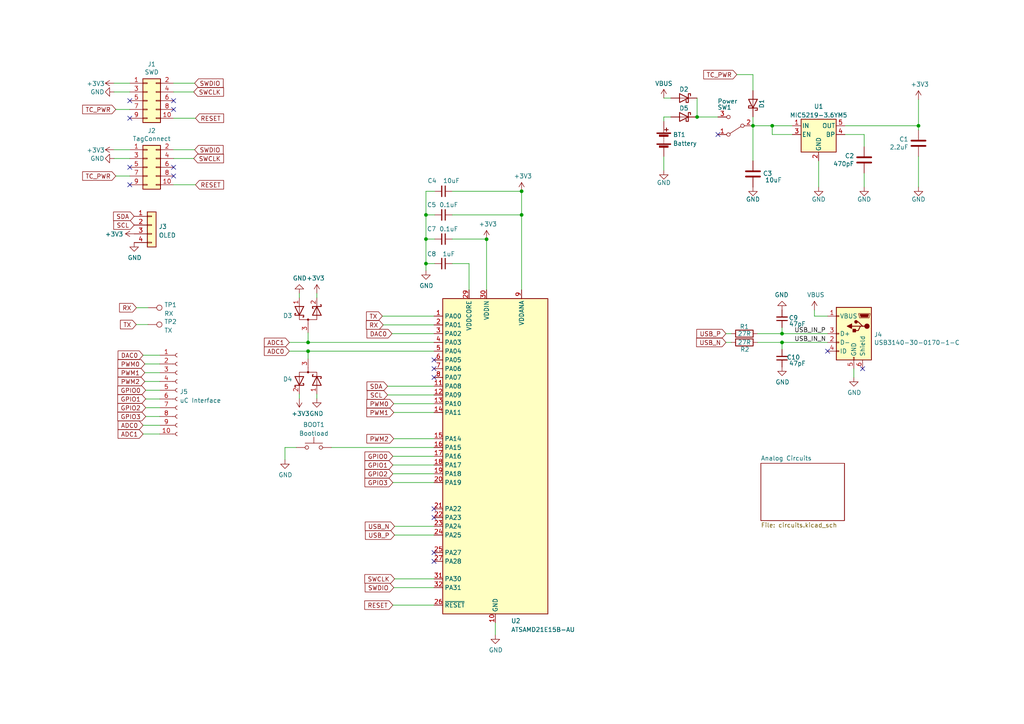
<source format=kicad_sch>
(kicad_sch (version 20211123) (generator eeschema)
  (paper "A4")
  (title_block (title "30-in-One") (date "2022-09-10") (rev "1.1") (company "DCZia") (comment 1 "defcon 30"))
  (lib_symbols
    (symbol "Connector:Conn_01x10_Female" (pin_names (offset 1.016) hide)
      (property "Reference" "J" (at 0 12.7 0))
      (property "Value" "Conn_01x10_Female" (at 0 -15.24 0))
      (symbol "Conn_01x10_Female_1_1"
        (arc (start 0 -12.192) (mid -0.508 -12.7) (end 0 -13.208) (stroke (width 0.1524)))
        (arc (start 0 -9.652) (mid -0.508 -10.16) (end 0 -10.668) (stroke (width 0.1524)))
        (arc (start 0 -7.112) (mid -0.508 -7.62) (end 0 -8.128) (stroke (width 0.1524)))
        (arc (start 0 -4.572) (mid -0.508 -5.08) (end 0 -5.588) (stroke (width 0.1524)))
        (arc (start 0 -2.032) (mid -0.508 -2.54) (end 0 -3.048) (stroke (width 0.1524)))
        (polyline (pts (xy -1.27 -12.7) (xy -0.508 -12.7)) (stroke (width 0.1524)))
        (polyline (pts (xy -1.27 -10.16) (xy -0.508 -10.16)) (stroke (width 0.1524)))
        (polyline (pts (xy -1.27 -7.62) (xy -0.508 -7.62)) (stroke (width 0.1524)))
        (polyline (pts (xy -1.27 -5.08) (xy -0.508 -5.08)) (stroke (width 0.1524)))
        (polyline (pts (xy -1.27 -2.54) (xy -0.508 -2.54)) (stroke (width 0.1524)))
        (polyline (pts (xy -1.27 0) (xy -0.508 0)) (stroke (width 0.1524)))
        (polyline (pts (xy -1.27 2.54) (xy -0.508 2.54)) (stroke (width 0.1524)))
        (polyline (pts (xy -1.27 5.08) (xy -0.508 5.08)) (stroke (width 0.1524)))
        (polyline (pts (xy -1.27 7.62) (xy -0.508 7.62)) (stroke (width 0.1524)))
        (polyline (pts (xy -1.27 10.16) (xy -0.508 10.16)) (stroke (width 0.1524)))
        (arc (start 0 0.508) (mid -0.508 0) (end 0 -0.508) (stroke (width 0.1524)))
        (arc (start 0 3.048) (mid -0.508 2.54) (end 0 2.032) (stroke (width 0.1524)))
        (arc (start 0 5.588) (mid -0.508 5.08) (end 0 4.572) (stroke (width 0.1524)))
        (arc (start 0 8.128) (mid -0.508 7.62) (end 0 7.112) (stroke (width 0.1524)))
        (arc (start 0 10.668) (mid -0.508 10.16) (end 0 9.652) (stroke (width 0.1524)))
        (pin passive line (at -5.08 10.16 0) (length 3.81) (name "Pin_1") (number "1"))
        (pin passive line (at -5.08 -12.7 0) (length 3.81) (name "Pin_10") (number "10"))
        (pin passive line (at -5.08 7.62 0) (length 3.81) (name "Pin_2") (number "2"))
        (pin passive line (at -5.08 5.08 0) (length 3.81) (name "Pin_3") (number "3"))
        (pin passive line (at -5.08 2.54 0) (length 3.81) (name "Pin_4") (number "4"))
        (pin passive line (at -5.08 0 0) (length 3.81) (name "Pin_5") (number "5"))
        (pin passive line (at -5.08 -2.54 0) (length 3.81) (name "Pin_6") (number "6"))
        (pin passive line (at -5.08 -5.08 0) (length 3.81) (name "Pin_7") (number "7"))
        (pin passive line (at -5.08 -7.62 0) (length 3.81) (name "Pin_8") (number "8"))
        (pin passive line (at -5.08 -10.16 0) (length 3.81) (name "Pin_9") (number "9"))
      )
    )
    (symbol "Connector:TestPoint" (pin_numbers hide) (pin_names (offset 0.762) hide)
      (property "Reference" "TP" (at 0 6.858 0))
      (property "Value" "TestPoint" (at 0 5.08 0))
      (symbol "TestPoint_0_1"
        (circle (center 0 3.302) (radius 0.762))
      )
      (symbol "TestPoint_1_1"
        (pin passive line (at 0 0 90) (length 2.54) (name "1") (number "1"))
      )
    )
    (symbol "Connector:USB_B_Micro" (pin_names (offset 1.016))
      (property "Reference" "J" (at -5.08 11.43 0))
      (property "Value" "USB_B_Micro" (at -5.08 8.89 0))
      (symbol "USB_B_Micro_0_1"
        (rectangle (start -5.08 -7.62) (end 5.08 7.62) (stroke (width 0.254)) (fill (type background)))
        (circle (center -3.81 2.159) (radius 0.635) (stroke (width 0.254)) (fill (type outline)))
        (circle (center -0.635 3.429) (radius 0.381) (stroke (width 0.254)) (fill (type outline)))
        (rectangle (start -0.127 -7.62) (end 0.127 -6.858))
        (polyline (pts (xy -1.905 2.159) (xy 0.635 2.159)) (stroke (width 0.254)))
        (polyline (pts (xy -3.175 2.159) (xy -2.54 2.159) (xy -1.27 3.429) (xy -0.635 3.429)) (stroke (width 0.254)))
        (polyline (pts (xy -2.54 2.159) (xy -1.905 2.159) (xy -1.27 0.889) (xy 0 0.889)) (stroke (width 0.254)))
        (polyline (pts (xy 0.635 2.794) (xy 0.635 1.524) (xy 1.905 2.159) (xy 0.635 2.794)) (stroke (width 0.254)) (fill (type outline)))
        (polyline (pts (xy -4.318 5.588) (xy -1.778 5.588) (xy -2.032 4.826) (xy -4.064 4.826) (xy -4.318 5.588)) (fill (type outline)))
        (polyline (pts (xy -4.699 5.842) (xy -4.699 5.588) (xy -4.445 4.826) (xy -4.445 4.572) (xy -1.651 4.572) (xy -1.651 4.826) (xy -1.397 5.588) (xy -1.397 5.842) (xy -4.699 5.842)))
        (rectangle (start 0.254 1.27) (end -0.508 0.508) (stroke (width 0.254)) (fill (type outline)))
        (rectangle (start 5.08 -5.207) (end 4.318 -4.953))
        (rectangle (start 5.08 -2.667) (end 4.318 -2.413))
        (rectangle (start 5.08 -0.127) (end 4.318 0.127))
        (rectangle (start 5.08 4.953) (end 4.318 5.207))
      )
      (symbol "USB_B_Micro_1_1"
        (pin power_out line (at 7.62 5.08 180) (length 2.54) (name "VBUS") (number "1"))
        (pin bidirectional line (at 7.62 -2.54 180) (length 2.54) (name "D-") (number "2"))
        (pin bidirectional line (at 7.62 0 180) (length 2.54) (name "D+") (number "3"))
        (pin passive line (at 7.62 -5.08 180) (length 2.54) (name "ID") (number "4"))
        (pin power_out line (at 0 -10.16 90) (length 2.54) (name "GND") (number "5"))
        (pin passive line (at -2.54 -10.16 90) (length 2.54) (name "Shield") (number "6"))
      )
    )
    (symbol "Connector_Generic:Conn_01x04" (pin_names (offset 1.016) hide)
      (property "Reference" "J" (at 0 5.08 0))
      (property "Value" "Conn_01x04" (at 0 -7.62 0))
      (symbol "Conn_01x04_1_1"
        (rectangle (start -1.27 -4.953) (end 0 -5.207) (stroke (width 0.1524)))
        (rectangle (start -1.27 -2.413) (end 0 -2.667) (stroke (width 0.1524)))
        (rectangle (start -1.27 0.127) (end 0 -0.127) (stroke (width 0.1524)))
        (rectangle (start -1.27 2.667) (end 0 2.413) (stroke (width 0.1524)))
        (rectangle (start -1.27 3.81) (end 1.27 -6.35) (stroke (width 0.254)) (fill (type background)))
        (pin passive line (at -5.08 2.54 0) (length 3.81) (name "Pin_1") (number "1"))
        (pin passive line (at -5.08 0 0) (length 3.81) (name "Pin_2") (number "2"))
        (pin passive line (at -5.08 -2.54 0) (length 3.81) (name "Pin_3") (number "3"))
        (pin passive line (at -5.08 -5.08 0) (length 3.81) (name "Pin_4") (number "4"))
      )
    )
    (symbol "Connector_Generic:Conn_02x05_Odd_Even" (pin_names (offset 1.016) hide)
      (property "Reference" "J" (at 1.27 7.62 0))
      (property "Value" "Conn_02x05_Odd_Even" (at 1.27 -7.62 0))
      (symbol "Conn_02x05_Odd_Even_1_1"
        (rectangle (start -1.27 -4.953) (end 0 -5.207) (stroke (width 0.1524)))
        (rectangle (start -1.27 -2.413) (end 0 -2.667) (stroke (width 0.1524)))
        (rectangle (start -1.27 0.127) (end 0 -0.127) (stroke (width 0.1524)))
        (rectangle (start -1.27 2.667) (end 0 2.413) (stroke (width 0.1524)))
        (rectangle (start -1.27 5.207) (end 0 4.953) (stroke (width 0.1524)))
        (rectangle (start -1.27 6.35) (end 3.81 -6.35) (stroke (width 0.254)) (fill (type background)))
        (rectangle (start 3.81 -4.953) (end 2.54 -5.207) (stroke (width 0.1524)))
        (rectangle (start 3.81 -2.413) (end 2.54 -2.667) (stroke (width 0.1524)))
        (rectangle (start 3.81 0.127) (end 2.54 -0.127) (stroke (width 0.1524)))
        (rectangle (start 3.81 2.667) (end 2.54 2.413) (stroke (width 0.1524)))
        (rectangle (start 3.81 5.207) (end 2.54 4.953) (stroke (width 0.1524)))
        (pin passive line (at -5.08 5.08 0) (length 3.81) (name "Pin_1") (number "1"))
        (pin passive line (at 7.62 -5.08 180) (length 3.81) (name "Pin_10") (number "10"))
        (pin passive line (at 7.62 5.08 180) (length 3.81) (name "Pin_2") (number "2"))
        (pin passive line (at -5.08 2.54 0) (length 3.81) (name "Pin_3") (number "3"))
        (pin passive line (at 7.62 2.54 180) (length 3.81) (name "Pin_4") (number "4"))
        (pin passive line (at -5.08 0 0) (length 3.81) (name "Pin_5") (number "5"))
        (pin passive line (at 7.62 0 180) (length 3.81) (name "Pin_6") (number "6"))
        (pin passive line (at -5.08 -2.54 0) (length 3.81) (name "Pin_7") (number "7"))
        (pin passive line (at 7.62 -2.54 180) (length 3.81) (name "Pin_8") (number "8"))
        (pin passive line (at -5.08 -5.08 0) (length 3.81) (name "Pin_9") (number "9"))
      )
    )
    (symbol "Device:Battery" (pin_numbers hide) (pin_names (offset 0) hide)
      (property "Reference" "BT" (at 2.54 2.54 0))
      (property "Value" "Battery" (at 2.54 0 0))
      (symbol "Battery_0_1"
        (rectangle (start -2.032 -1.397) (end 2.032 -1.651) (fill (type outline)))
        (rectangle (start -2.032 1.778) (end 2.032 1.524) (fill (type outline)))
        (rectangle (start -1.3208 -1.9812) (end 1.27 -2.4892) (fill (type outline)))
        (rectangle (start -1.3208 1.1938) (end 1.27 0.6858) (fill (type outline)))
        (polyline (pts (xy 0 -1.524) (xy 0 -1.27)))
        (polyline (pts (xy 0 -1.016) (xy 0 -0.762)))
        (polyline (pts (xy 0 -0.508) (xy 0 -0.254)))
        (polyline (pts (xy 0 0) (xy 0 0.254)))
        (polyline (pts (xy 0 0.508) (xy 0 0.762)))
        (polyline (pts (xy 0 1.778) (xy 0 2.54)))
        (polyline (pts (xy 0.254 2.667) (xy 1.27 2.667)) (stroke (width 0.254)))
        (polyline (pts (xy 0.762 3.175) (xy 0.762 2.159)) (stroke (width 0.254)))
      )
      (symbol "Battery_1_1"
        (pin passive line (at 0 5.08 270) (length 2.54) (name "+") (number "1"))
        (pin passive line (at 0 -5.08 90) (length 2.54) (name "-") (number "2"))
      )
    )
    (symbol "Device:C" (pin_numbers hide) (pin_names (offset 0.254))
      (property "Reference" "C" (at 0.635 2.54 0))
      (property "Value" "C" (at 0.635 -2.54 0))
      (symbol "C_0_1"
        (polyline (pts (xy -2.032 -0.762) (xy 2.032 -0.762)) (stroke (width 0.508)))
        (polyline (pts (xy -2.032 0.762) (xy 2.032 0.762)) (stroke (width 0.508)))
      )
      (symbol "C_1_1"
        (pin passive line (at 0 3.81 270) (length 2.794) (name "~") (number "1"))
        (pin passive line (at 0 -3.81 90) (length 2.794) (name "~") (number "2"))
      )
    )
    (symbol "Device:C_Small" (pin_numbers hide) (pin_names (offset 0.254) hide)
      (property "Reference" "C" (at 0.254 1.778 0))
      (property "Value" "C_Small" (at 0.254 -2.032 0))
      (symbol "C_Small_0_1"
        (polyline (pts (xy -1.524 -0.508) (xy 1.524 -0.508)) (stroke (width 0.3302)))
        (polyline (pts (xy -1.524 0.508) (xy 1.524 0.508)) (stroke (width 0.3048)))
      )
      (symbol "C_Small_1_1"
        (pin passive line (at 0 2.54 270) (length 2.032) (name "~") (number "1"))
        (pin passive line (at 0 -2.54 90) (length 2.032) (name "~") (number "2"))
      )
    )
    (symbol "Device:D_Schottky" (pin_numbers hide) (pin_names (offset 1.016) hide)
      (property "Reference" "D" (at 0 2.54 0))
      (property "Value" "D_Schottky" (at 0 -2.54 0))
      (symbol "D_Schottky_0_1"
        (polyline (pts (xy 1.27 0) (xy -1.27 0)))
        (polyline (pts (xy 1.27 1.27) (xy 1.27 -1.27) (xy -1.27 0) (xy 1.27 1.27)) (stroke (width 0.254)))
        (polyline (pts (xy -1.905 0.635) (xy -1.905 1.27) (xy -1.27 1.27) (xy -1.27 -1.27) (xy -0.635 -1.27) (xy -0.635 -0.635)) (stroke (width 0.254)))
      )
      (symbol "D_Schottky_1_1"
        (pin passive line (at -3.81 0 0) (length 2.54) (name "K") (number "1"))
        (pin passive line (at 3.81 0 180) (length 2.54) (name "A") (number "2"))
      )
    )
    (symbol "Device:D_Schottky_Dual_Series_AKC_Parallel" (pin_names (offset 0.762) hide)
      (property "Reference" "D" (at 0 5.08 0))
      (property "Value" "D_Schottky_Dual_Series_AKC_Parallel" (at 0 -5.08 0))
      (symbol "D_Schottky_Dual_Series_AKC_Parallel_0_1"
        (circle (center -1.27 0) (radius 0.254) (fill (type outline)))
        (polyline (pts (xy -1.27 0) (xy -2.54 0)))
        (polyline (pts (xy 2.54 2.54) (xy -1.27 2.54) (xy -1.27 -2.54) (xy 2.54 -2.54)))
        (polyline (pts (xy -0.508 -1.524) (xy -0.508 -1.27) (xy 0 -1.27) (xy 0 -3.81) (xy 0.508 -3.81) (xy 0.508 -3.556)) (stroke (width 0.254)))
        (polyline (pts (xy 0 3.81) (xy 2.54 2.54) (xy 0 1.27) (xy 0 3.81) (xy 0 3.81) (xy 0 3.81)) (stroke (width 0.254)))
        (polyline (pts (xy 2.54 -1.27) (xy 0 -2.54) (xy 2.54 -3.81) (xy 2.54 -1.27) (xy 2.54 -1.27) (xy 2.54 -1.27)) (stroke (width 0.254)))
        (polyline (pts (xy 3.048 3.556) (xy 3.048 3.81) (xy 2.54 3.81) (xy 2.54 1.27) (xy 2.032 1.27) (xy 2.032 1.524)) (stroke (width 0.254)))
        (pin passive line (at 5.08 -2.54 180) (length 2.54) (name "K") (number "1"))
        (pin passive line (at 5.08 2.54 180) (length 2.54) (name "K") (number "2"))
        (pin passive line (at -5.08 0 0) (length 2.54) (name "A") (number "3"))
      )
    )
    (symbol "Device:R" (pin_numbers hide) (pin_names (offset 0))
      (property "Reference" "R" (at 2.032 0 90))
      (property "Value" "R" (at 0 0 90))
      (symbol "R_0_1"
        (rectangle (start -1.016 -2.54) (end 1.016 2.54) (stroke (width 0.254)))
      )
      (symbol "R_1_1"
        (pin passive line (at 0 3.81 270) (length 1.27) (name "~") (number "1"))
        (pin passive line (at 0 -3.81 90) (length 1.27) (name "~") (number "2"))
      )
    )
    (symbol "MCU_Microchip_SAMD:ATSAMD21E15B-A"
      (property "Reference" "U" (at -13.97 46.99 0))
      (property "Value" "ATSAMD21E15B-A" (at 16.51 46.99 0))
      (symbol "ATSAMD21E15B-A_1_1"
        (rectangle (start -15.24 45.72) (end 15.24 -45.72) (stroke (width 0.254)) (fill (type background)))
        (pin bidirectional line (at -17.78 40.64 0) (length 2.54) (name "PA00") (number "1"))
        (pin power_in line (at 0 -48.26 90) (length 2.54) (name "GND") (number "10"))
        (pin bidirectional line (at -17.78 20.32 0) (length 2.54) (name "PA08") (number "11"))
        (pin bidirectional line (at -17.78 17.78 0) (length 2.54) (name "PA09") (number "12"))
        (pin bidirectional line (at -17.78 15.24 0) (length 2.54) (name "PA10") (number "13"))
        (pin bidirectional line (at -17.78 12.7 0) (length 2.54) (name "PA11") (number "14"))
        (pin bidirectional line (at -17.78 5.08 0) (length 2.54) (name "PA14") (number "15"))
        (pin bidirectional line (at -17.78 2.54 0) (length 2.54) (name "PA15") (number "16"))
        (pin bidirectional line (at -17.78 0 0) (length 2.54) (name "PA16") (number "17"))
        (pin bidirectional line (at -17.78 -2.54 0) (length 2.54) (name "PA17") (number "18"))
        (pin bidirectional line (at -17.78 -5.08 0) (length 2.54) (name "PA18") (number "19"))
        (pin bidirectional line (at -17.78 38.1 0) (length 2.54) (name "PA01") (number "2"))
        (pin bidirectional line (at -17.78 -7.62 0) (length 2.54) (name "PA19") (number "20"))
        (pin bidirectional line (at -17.78 -15.24 0) (length 2.54) (name "PA22") (number "21"))
        (pin bidirectional line (at -17.78 -17.78 0) (length 2.54) (name "PA23") (number "22"))
        (pin bidirectional line (at -17.78 -20.32 0) (length 2.54) (name "PA24") (number "23"))
        (pin bidirectional line (at -17.78 -22.86 0) (length 2.54) (name "PA25") (number "24"))
        (pin bidirectional line (at -17.78 -27.94 0) (length 2.54) (name "PA27") (number "25"))
        (pin input line (at -17.78 -43.18 0) (length 2.54) (name "~{RESET}") (number "26"))
        (pin bidirectional line (at -17.78 -30.48 0) (length 2.54) (name "PA28") (number "27"))
        (pin passive line (at 0 -48.26 90) (length 2.54) hide (name "GND") (number "28"))
        (pin power_out line (at -7.62 48.26 270) (length 2.54) (name "VDDCORE") (number "29"))
        (pin bidirectional line (at -17.78 35.56 0) (length 2.54) (name "PA02") (number "3"))
        (pin power_in line (at -2.54 48.26 270) (length 2.54) (name "VDDIN") (number "30"))
        (pin bidirectional line (at -17.78 -35.56 0) (length 2.54) (name "PA30") (number "31"))
        (pin bidirectional line (at -17.78 -38.1 0) (length 2.54) (name "PA31") (number "32"))
        (pin bidirectional line (at -17.78 33.02 0) (length 2.54) (name "PA03") (number "4"))
        (pin bidirectional line (at -17.78 30.48 0) (length 2.54) (name "PA04") (number "5"))
        (pin bidirectional line (at -17.78 27.94 0) (length 2.54) (name "PA05") (number "6"))
        (pin bidirectional line (at -17.78 25.4 0) (length 2.54) (name "PA06") (number "7"))
        (pin bidirectional line (at -17.78 22.86 0) (length 2.54) (name "PA07") (number "8"))
        (pin power_in line (at 7.62 48.26 270) (length 2.54) (name "VDDANA") (number "9"))
      )
    )
    (symbol "Regulator_Linear:MIC5219-3.6YM5" (pin_names (offset 0.254))
      (property "Reference" "U" (at -3.81 5.715 0))
      (property "Value" "MIC5219-3.6YM5" (at 0 5.715 0))
      (symbol "MIC5219-3.6YM5_0_1"
        (rectangle (start -5.08 4.445) (end 5.08 -5.08) (stroke (width 0.254)) (fill (type background)))
      )
      (symbol "MIC5219-3.6YM5_1_1"
        (pin power_in line (at -7.62 2.54 0) (length 2.54) (name "IN") (number "1"))
        (pin power_in line (at 0 -7.62 90) (length 2.54) (name "GND") (number "2"))
        (pin input line (at -7.62 0 0) (length 2.54) (name "EN") (number "3"))
        (pin input line (at 7.62 0 180) (length 2.54) (name "BP") (number "4"))
        (pin power_out line (at 7.62 2.54 180) (length 2.54) (name "OUT") (number "5"))
      )
    )
    (symbol "Switch:SW_Push" (pin_numbers hide) (pin_names (offset 1.016) hide)
      (property "Reference" "SW" (at 1.27 2.54 0))
      (property "Value" "SW_Push" (at 0 -1.524 0))
      (symbol "SW_Push_0_1"
        (circle (center -2.032 0) (radius 0.508))
        (polyline (pts (xy 0 1.27) (xy 0 3.048)))
        (polyline (pts (xy 2.54 1.27) (xy -2.54 1.27)))
        (circle (center 2.032 0) (radius 0.508))
        (pin passive line (at -5.08 0 0) (length 2.54) (name "1") (number "1"))
        (pin passive line (at 5.08 0 180) (length 2.54) (name "2") (number "2"))
      )
    )
    (symbol "Switch:SW_SPDT" (pin_names (offset 0) hide)
      (property "Reference" "SW" (at 0 4.318 0))
      (property "Value" "SW_SPDT" (at 0 -5.08 0))
      (symbol "SW_SPDT_0_0"
        (circle (center -2.032 0) (radius 0.508))
        (circle (center 2.032 -2.54) (radius 0.508))
      )
      (symbol "SW_SPDT_0_1"
        (polyline (pts (xy -1.524 0.254) (xy 1.651 2.286)))
        (circle (center 2.032 2.54) (radius 0.508))
      )
      (symbol "SW_SPDT_1_1"
        (pin passive line (at 5.08 2.54 180) (length 2.54) (name "A") (number "1"))
        (pin passive line (at -5.08 0 0) (length 2.54) (name "B") (number "2"))
        (pin passive line (at 5.08 -2.54 180) (length 2.54) (name "C") (number "3"))
      )
    )
    (symbol "power:+3V3" (power) (pin_names (offset 0))
      (property "Value" "+3V3" (at 0 3.556 0))
      (symbol "+3V3_0_1"
        (polyline (pts (xy -0.762 1.27) (xy 0 2.54)))
        (polyline (pts (xy 0 0) (xy 0 2.54)))
        (polyline (pts (xy 0 2.54) (xy 0.762 1.27)))
      )
      (symbol "+3V3_1_1"
        (pin power_in line (at 0 0 90) (length 0) hide (name "+3V3") (number "1"))
      )
    )
    (symbol "power:GND" (power) (pin_names (offset 0))
      (property "Value" "GND" (at 0 -3.81 0))
      (symbol "GND_0_1"
        (polyline (pts (xy 0 0) (xy 0 -1.27) (xy 1.27 -1.27) (xy 0 -2.54) (xy -1.27 -1.27) (xy 0 -1.27)))
      )
      (symbol "GND_1_1"
        (pin power_in line (at 0 0 270) (length 0) hide (name "GND") (number "1"))
      )
    )
    (symbol "power:VBUS" (power) (pin_names (offset 0))
      (property "Value" "VBUS" (at 0 3.81 0))
      (symbol "VBUS_0_1"
        (polyline (pts (xy -0.762 1.27) (xy 0 2.54)))
        (polyline (pts (xy 0 0) (xy 0 2.54)))
        (polyline (pts (xy 0 2.54) (xy 0.762 1.27)))
      )
      (symbol "VBUS_1_1"
        (pin power_in line (at 0 0 90) (length 0) hide (name "VBUS") (number "1"))
      )
    )
  )
  (junction (at 218.3892 36.4744))
  (junction (at 266.3952 36.4744))
  (junction (at 223.9772 36.4744))
  (junction (at 123.5456 76.454))
  (junction (at 226.822 96.774))
  (junction (at 151.2824 55.4736))
  (junction (at 141.1224 69.3928))
  (junction (at 123.5456 62.3316))
  (junction (at 202.184 33.9344))
  (junction (at 89.3572 99.314))
  (junction (at 151.2824 62.3316))
  (junction (at 226.822 99.314))
  (junction (at 123.5456 69.342))
  (junction (at 89.3572 101.854))
  (no_connect (at 50.3428 29.21))
  (no_connect (at 37.6428 29.21))
  (no_connect (at 50.3428 31.75))
  (no_connect (at 125.8824 104.394))
  (no_connect (at 250.19 106.934))
  (no_connect (at 125.8824 150.114))
  (no_connect (at 125.8824 160.274))
  (no_connect (at 125.8824 162.814))
  (no_connect (at 125.8824 106.934))
  (no_connect (at 125.8824 109.474))
  (no_connect (at 125.8824 147.574))
  (no_connect (at 37.6428 48.514))
  (no_connect (at 37.6428 53.594))
  (no_connect (at 50.3428 48.514))
  (no_connect (at 208.2292 39.0144))
  (no_connect (at 240.03 101.854))
  (no_connect (at 37.6428 34.29))
  (no_connect (at 50.3428 51.054))
  (wire (pts (xy 33.0708 26.67) (xy 37.6428 26.67)))
  (wire (pts (xy 41.5036 125.8824) (xy 46.3296 125.8824)))
  (wire (pts (xy 123.5456 62.3316) (xy 126.0856 62.3316)))
  (wire (pts (xy 91.8972 114.3) (xy 91.8972 115.57)))
  (wire (pts (xy 96.1136 129.794) (xy 125.8824 129.794)))
  (wire (pts (xy 141.1224 84.074) (xy 141.1224 69.3928)))
  (wire (pts (xy 113.9444 134.874) (xy 125.8824 134.874)))
  (wire (pts (xy 42.2656 120.8024) (xy 46.3296 120.8024)))
  (wire (pts (xy 33.0708 24.13) (xy 37.6428 24.13)))
  (wire (pts (xy 42.0116 105.5624) (xy 46.3296 105.5624)))
  (wire (pts (xy 89.3572 99.314) (xy 83.9216 99.314)))
  (wire (pts (xy 229.8192 39.0144) (xy 223.9772 39.0144)))
  (wire (pts (xy 85.9536 129.794) (xy 82.6516 129.794)))
  (wire (pts (xy 223.9772 39.0144) (xy 223.9772 36.4744)))
  (wire (pts (xy 56.6928 53.594) (xy 50.3428 53.594)))
  (wire (pts (xy 141.1224 69.342) (xy 131.1656 69.342)))
  (wire (pts (xy 202.184 28.448) (xy 202.184 33.9344)))
  (wire (pts (xy 42.0116 110.6424) (xy 46.3296 110.6424)))
  (wire (pts (xy 39.5732 89.2556) (xy 42.926 89.2556)))
  (wire (pts (xy 151.2824 55.4736) (xy 151.2824 62.3316)))
  (wire (pts (xy 223.9772 36.4744) (xy 229.8192 36.4744)))
  (wire (pts (xy 131.1656 55.4736) (xy 151.2824 55.4736)))
  (wire (pts (xy 192.532 33.9344) (xy 192.532 35.2044)))
  (wire (pts (xy 218.3892 36.4744) (xy 223.9772 36.4744)))
  (wire (pts (xy 226.822 101.346) (xy 226.822 99.314)))
  (wire (pts (xy 114.4524 155.194) (xy 125.8824 155.194)))
  (wire (pts (xy 33.0708 43.434) (xy 37.6428 43.434)))
  (wire (pts (xy 245.0592 39.0144) (xy 250.6472 39.0144)))
  (wire (pts (xy 114.1984 119.634) (xy 125.8824 119.634)))
  (wire (pts (xy 42.0116 108.1024) (xy 46.3296 108.1024)))
  (wire (pts (xy 114.1984 170.434) (xy 125.8824 170.434)))
  (wire (pts (xy 110.8964 91.694) (xy 125.8824 91.694)))
  (wire (pts (xy 210.566 96.774) (xy 212.09 96.774)))
  (wire (pts (xy 41.5036 103.0224) (xy 46.3296 103.0224)))
  (wire (pts (xy 245.0592 36.4744) (xy 266.3952 36.4744)))
  (wire (pts (xy 113.6904 96.774) (xy 125.8824 96.774)))
  (wire (pts (xy 213.7156 21.6408) (xy 218.3892 21.6408)))
  (wire (pts (xy 136.0424 76.454) (xy 136.0424 84.074)))
  (wire (pts (xy 131.1656 76.454) (xy 136.0424 76.454)))
  (wire (pts (xy 266.3952 28.8544) (xy 266.3952 36.4744)))
  (wire (pts (xy 33.5788 31.75) (xy 37.6428 31.75)))
  (wire (pts (xy 218.3892 36.4744) (xy 218.3892 46.6344)))
  (wire (pts (xy 126.0856 69.342) (xy 123.5456 69.342)))
  (wire (pts (xy 86.8172 86.36) (xy 86.8172 85.09)))
  (wire (pts (xy 86.8172 114.3) (xy 86.8172 115.57)))
  (wire (pts (xy 210.566 99.314) (xy 212.09 99.314)))
  (wire (pts (xy 226.822 96.774) (xy 240.03 96.774)))
  (wire (pts (xy 82.6516 129.794) (xy 82.6516 133.35)))
  (wire (pts (xy 192.532 45.3644) (xy 192.532 49.4284)))
  (wire (pts (xy 89.3572 101.854) (xy 89.3572 104.14)))
  (wire (pts (xy 42.2656 118.2624) (xy 46.3296 118.2624)))
  (wire (pts (xy 89.3572 101.854) (xy 125.8824 101.854)))
  (wire (pts (xy 266.3952 36.4744) (xy 266.3952 37.7444)))
  (wire (pts (xy 89.3572 99.314) (xy 125.8824 99.314)))
  (wire (pts (xy 250.6472 39.0144) (xy 250.6472 42.5704)))
  (wire (pts (xy 237.4392 46.6344) (xy 237.4392 54.2544)))
  (wire (pts (xy 131.1656 62.3316) (xy 151.2824 62.3316)))
  (wire (pts (xy 114.4524 167.894) (xy 125.8824 167.894)))
  (wire (pts (xy 89.3572 101.854) (xy 83.9216 101.854)))
  (wire (pts (xy 56.4388 43.434) (xy 50.3428 43.434)))
  (wire (pts (xy 123.5456 55.4736) (xy 126.0856 55.4736)))
  (wire (pts (xy 112.4204 112.014) (xy 125.8824 112.014)))
  (wire (pts (xy 56.4388 24.13) (xy 50.3428 24.13)))
  (wire (pts (xy 143.6624 180.594) (xy 143.6624 184.15)))
  (wire (pts (xy 123.5456 76.454) (xy 123.5456 78.486)))
  (wire (pts (xy 247.65 109.474) (xy 247.65 106.934)))
  (wire (pts (xy 236.22 91.694) (xy 240.03 91.694)))
  (wire (pts (xy 89.3572 96.52) (xy 89.3572 99.314)))
  (wire (pts (xy 236.22 89.916) (xy 236.22 91.694)))
  (wire (pts (xy 114.1984 127.254) (xy 125.8824 127.254)))
  (wire (pts (xy 123.5456 62.3316) (xy 123.5456 69.342)))
  (wire (pts (xy 113.9444 137.414) (xy 125.8824 137.414)))
  (wire (pts (xy 33.0708 45.974) (xy 37.6428 45.974)))
  (wire (pts (xy 114.1984 117.094) (xy 125.8824 117.094)))
  (wire (pts (xy 250.6472 50.1904) (xy 250.6472 54.2544)))
  (wire (pts (xy 112.4204 114.554) (xy 125.8824 114.554)))
  (wire (pts (xy 218.3892 26.2636) (xy 218.3892 21.6408)))
  (wire (pts (xy 202.184 33.9344) (xy 208.2292 33.9344)))
  (wire (pts (xy 33.5788 51.054) (xy 37.6428 51.054)))
  (wire (pts (xy 141.1224 69.3928) (xy 141.1224 69.342)))
  (wire (pts (xy 111.1504 94.234) (xy 125.8824 94.234)))
  (wire (pts (xy 41.5036 123.3424) (xy 46.3296 123.3424)))
  (wire (pts (xy 91.8972 86.36) (xy 91.8972 85.09)))
  (wire (pts (xy 266.3952 45.3644) (xy 266.3952 54.2544)))
  (wire (pts (xy 123.5456 62.3316) (xy 123.5456 55.4736)))
  (wire (pts (xy 42.2656 113.1824) (xy 46.3296 113.1824)))
  (wire (pts (xy 218.3892 33.8836) (xy 218.3892 36.4744)))
  (wire (pts (xy 219.71 96.774) (xy 226.822 96.774)))
  (wire (pts (xy 226.822 94.996) (xy 226.822 96.774)))
  (wire (pts (xy 56.1848 26.67) (xy 50.3428 26.67)))
  (wire (pts (xy 39.5224 94.1324) (xy 42.926 94.1324)))
  (wire (pts (xy 123.5456 76.454) (xy 126.0856 76.454)))
  (wire (pts (xy 42.2656 115.7224) (xy 46.3296 115.7224)))
  (wire (pts (xy 226.822 99.314) (xy 240.03 99.314)))
  (wire (pts (xy 113.9444 132.334) (xy 125.8824 132.334)))
  (wire (pts (xy 151.2824 62.3316) (xy 151.2824 84.074)))
  (wire (pts (xy 123.5456 69.342) (xy 123.5456 76.454)))
  (wire (pts (xy 113.9444 175.514) (xy 125.8824 175.514)))
  (wire (pts (xy 114.4524 152.654) (xy 125.8824 152.654)))
  (wire (pts (xy 192.532 28.448) (xy 194.564 28.448)))
  (wire (pts (xy 56.1848 45.974) (xy 50.3428 45.974)))
  (wire (pts (xy 56.6928 34.29) (xy 50.3428 34.29)))
  (wire (pts (xy 219.71 99.314) (xy 226.822 99.314)))
  (wire (pts (xy 192.532 33.9344) (xy 194.564 33.9344)))
  (wire (pts (xy 113.9444 139.954) (xy 125.8824 139.954)))
  (label "USB_IN_P" (at 230.378 96.774 0))
  (label "USB_IN_N" (at 230.378 99.314 0))
  (global_label "RX" (shape input) (at 111.1504 94.234 180) (property "Intersheet References" "${INTERSHEET_REFS}" (effects hide)))
  (global_label "GPIO0" (shape input) (at 42.2656 113.1824 180) (property "Intersheet References" "${INTERSHEET_REFS}" (effects hide)))
  (global_label "TX" (shape input) (at 110.8964 91.694 180) (property "Intersheet References" "${INTERSHEET_REFS}" (effects hide)))
  (global_label "ADC1" (shape input) (at 83.9216 99.314 180) (property "Intersheet References" "${INTERSHEET_REFS}" (effects hide)))
  (global_label "TC_PWR" (shape input) (at 33.5788 51.054 180) (property "Intersheet References" "${INTERSHEET_REFS}" (effects hide)))
  (global_label "RESET" (shape input) (at 56.6928 53.594 0) (property "Intersheet References" "${INTERSHEET_REFS}" (effects hide)))
  (global_label "PWM0" (shape input) (at 42.0116 105.5624 180) (property "Intersheet References" "${INTERSHEET_REFS}" (effects hide)))
  (global_label "GPIO1" (shape input) (at 42.2656 115.7224 180) (property "Intersheet References" "${INTERSHEET_REFS}" (effects hide)))
  (global_label "SWDIO" (shape input) (at 56.4388 43.434 0) (property "Intersheet References" "${INTERSHEET_REFS}" (effects hide)))
  (global_label "SCL" (shape input) (at 112.4204 114.554 180) (property "Intersheet References" "${INTERSHEET_REFS}" (effects hide)))
  (global_label "DAC0" (shape input) (at 113.6904 96.774 180) (property "Intersheet References" "${INTERSHEET_REFS}" (effects hide)))
  (global_label "DAC0" (shape input) (at 41.5036 103.0224 180) (property "Intersheet References" "${INTERSHEET_REFS}" (effects hide)))
  (global_label "ADC1" (shape input) (at 41.5036 125.8824 180) (property "Intersheet References" "${INTERSHEET_REFS}" (effects hide)))
  (global_label "USB_N" (shape input) (at 210.566 99.314 180) (property "Intersheet References" "${INTERSHEET_REFS}" (effects hide)))
  (global_label "USB_P" (shape input) (at 114.4524 155.194 180) (property "Intersheet References" "${INTERSHEET_REFS}" (effects hide)))
  (global_label "PWM1" (shape input) (at 42.0116 108.1024 180) (property "Intersheet References" "${INTERSHEET_REFS}" (effects hide)))
  (global_label "TC_PWR" (shape input) (at 33.5788 31.75 180) (property "Intersheet References" "${INTERSHEET_REFS}" (effects hide)))
  (global_label "RX" (shape input) (at 39.5732 89.2556 180) (property "Intersheet References" "${INTERSHEET_REFS}" (effects hide)))
  (global_label "SWDIO" (shape input) (at 56.4388 24.13 0) (property "Intersheet References" "${INTERSHEET_REFS}" (effects hide)))
  (global_label "TX" (shape input) (at 39.5224 94.1324 180) (property "Intersheet References" "${INTERSHEET_REFS}" (effects hide)))
  (global_label "SDA" (shape input) (at 112.4204 112.014 180) (property "Intersheet References" "${INTERSHEET_REFS}" (effects hide)))
  (global_label "USB_N" (shape input) (at 114.4524 152.654 180) (property "Intersheet References" "${INTERSHEET_REFS}" (effects hide)))
  (global_label "PWM2" (shape input) (at 114.1984 127.254 180) (property "Intersheet References" "${INTERSHEET_REFS}" (effects hide)))
  (global_label "ADC0" (shape input) (at 83.9216 101.854 180) (property "Intersheet References" "${INTERSHEET_REFS}" (effects hide)))
  (global_label "PWM0" (shape input) (at 114.1984 117.094 180) (property "Intersheet References" "${INTERSHEET_REFS}" (effects hide)))
  (global_label "SWCLK" (shape input) (at 56.1848 45.974 0) (property "Intersheet References" "${INTERSHEET_REFS}" (effects hide)))
  (global_label "USB_P" (shape input) (at 210.566 96.774 180) (property "Intersheet References" "${INTERSHEET_REFS}" (effects hide)))
  (global_label "PWM2" (shape input) (at 42.0116 110.6424 180) (property "Intersheet References" "${INTERSHEET_REFS}" (effects hide)))
  (global_label "SCL" (shape input) (at 38.9128 65.278 180) (property "Intersheet References" "${INTERSHEET_REFS}" (effects hide)))
  (global_label "PWM1" (shape input) (at 114.1984 119.634 180) (property "Intersheet References" "${INTERSHEET_REFS}" (effects hide)))
  (global_label "GPIO0" (shape input) (at 113.9444 132.334 180) (property "Intersheet References" "${INTERSHEET_REFS}" (effects hide)))
  (global_label "GPIO2" (shape input) (at 113.9444 137.414 180) (property "Intersheet References" "${INTERSHEET_REFS}" (effects hide)))
  (global_label "GPIO3" (shape input) (at 42.2656 120.8024 180) (property "Intersheet References" "${INTERSHEET_REFS}" (effects hide)))
  (global_label "GPIO3" (shape input) (at 113.9444 139.954 180) (property "Intersheet References" "${INTERSHEET_REFS}" (effects hide)))
  (global_label "ADC0" (shape input) (at 41.5036 123.3424 180) (property "Intersheet References" "${INTERSHEET_REFS}" (effects hide)))
  (global_label "SWCLK" (shape input) (at 56.1848 26.67 0) (property "Intersheet References" "${INTERSHEET_REFS}" (effects hide)))
  (global_label "RESET" (shape input) (at 113.9444 175.514 180) (property "Intersheet References" "${INTERSHEET_REFS}" (effects hide)))
  (global_label "SWCLK" (shape input) (at 114.4524 167.894 180) (property "Intersheet References" "${INTERSHEET_REFS}" (effects hide)))
  (global_label "GPIO2" (shape input) (at 42.2656 118.2624 180) (property "Intersheet References" "${INTERSHEET_REFS}" (effects hide)))
  (global_label "SDA" (shape input) (at 38.9128 62.738 180) (property "Intersheet References" "${INTERSHEET_REFS}" (effects hide)))
  (global_label "RESET" (shape input) (at 56.6928 34.29 0) (property "Intersheet References" "${INTERSHEET_REFS}" (effects hide)))
  (global_label "TC_PWR" (shape input) (at 213.7156 21.6408 180) (property "Intersheet References" "${INTERSHEET_REFS}" (effects hide)))
  (global_label "SWDIO" (shape input) (at 114.1984 170.434 180) (property "Intersheet References" "${INTERSHEET_REFS}" (effects hide)))
  (global_label "GPIO1" (shape input) (at 113.9444 134.874 180) (property "Intersheet References" "${INTERSHEET_REFS}" (effects hide)))
  (symbol (lib_id "Device:C_Small") (at 226.822 92.456 180) (unit 1)
    (property "Reference" "C9" (at 230.124 92.202 0))
    (property "Value" "47pF" (at 231.267 93.98 0))
    (property "Footprint" "Capacitor_SMD:C_0603_1608Metric" (effects hide))
  )
  (symbol (lib_id "Device:C_Small") (at 128.6256 62.3316 270) (unit 1)
    (property "Reference" "C5" (at 125.1966 59.4106 90))
    (property "Value" "0.1uF" (at 130.1496 59.4106 90))
    (property "Footprint" "Capacitor_SMD:C_0603_1608Metric" (effects hide))
  )
  (symbol (lib_id "Connector_Generic:Conn_01x04") (at 43.9928 65.278 0) (unit 1)
    (property "Reference" "J3" (at 46.0248 65.7133 0) (effects (justify left)))
    (property "Value" "OLED" (at 46.0248 68.2502 0) (effects (justify left)))
    (property "Footprint" "Connector_PinHeader_2.54mm:PinHeader_1x04_P2.54mm_Vertical" (effects hide))
  )
  (symbol (lib_id "Device:R") (at 215.9 99.314 270) (unit 1)
    (property "Reference" "R2" (at 216.027 101.346 90))
    (property "Value" "27R" (at 215.9 99.314 90))
    (property "Footprint" "Resistor_SMD:R_0603_1608Metric" (effects hide))
  )
  (symbol (lib_id "Device:D_Schottky_Dual_Series_AKC_Parallel") (at 89.3572 91.44 270) (mirror x) (unit 1)
    (property "Reference" "D3" (at 84.7852 91.5563 90) (effects (justify right)))
    (property "Value" "D_Schottky_Dual_Series_ACK_Parallel" (effects hide))
    (property "Footprint" "Package_TO_SOT_SMD:SOT-23" (effects hide))
  )
  (symbol (lib_id "Device:R") (at 215.9 96.774 270) (unit 1)
    (property "Reference" "R1" (at 215.9 94.742 90))
    (property "Value" "27R" (at 215.9 96.774 90))
    (property "Footprint" "Resistor_SMD:R_0603_1608Metric" (effects hide))
  )
  (symbol (lib_id "power:GND") (at 266.3952 54.2544 0) (unit 1)
    (property "Reference" "#PWR013" (effects hide))
    (property "Value" "GND" (at 266.3952 57.8104 0))
  )
  (symbol (lib_id "Device:C") (at 250.6472 46.3804 0) (mirror y) (unit 1)
    (property "Reference" "C2" (at 247.7516 45.212 0) (effects (justify left)))
    (property "Value" "470pF" (at 247.7516 47.5234 0) (effects (justify left)))
    (property "Footprint" "Capacitor_SMD:C_0805_2012Metric" (effects hide))
  )
  (symbol (lib_id "power:GND") (at 82.6516 133.35 0) (unit 1)
    (property "Reference" "#PWR022" (effects hide))
    (property "Value" "GND" (at 82.7786 137.7442 0))
  )
  (symbol (lib_id "power:+3V3") (at 151.2824 55.4736 0) (unit 1)
    (property "Reference" "#PWR024" (effects hide))
    (property "Value" "+3V3" (at 151.6634 51.0794 0))
  )
  (symbol (lib_id "power:+3V3") (at 141.1224 69.3928 0) (unit 1)
    (property "Reference" "#PWR04" (effects hide))
    (property "Value" "+3V3" (at 141.5034 64.9986 0))
  )
  (symbol (lib_id "Device:D_Schottky") (at 198.374 33.9344 0) (mirror y) (unit 1)
    (property "Reference" "D5" (at 198.374 31.3944 0))
    (property "Value" "D_Schottky" (effects hide))
    (property "Footprint" "Diode_SMD:D_SMA" (effects hide))
  )
  (symbol (lib_id "power:GND") (at 33.0708 45.974 270) (unit 1)
    (property "Reference" "#PWR08" (effects hide))
    (property "Value" "GND" (at 28.2448 45.974 90))
  )
  (symbol (lib_id "power:+3V3") (at 33.0708 24.13 90) (unit 1)
    (property "Reference" "#PWR03" (effects hide))
    (property "Value" "+3V3" (at 30.4038 24.257 90) (effects (justify left)))
  )
  (symbol (lib_id "Connector_Generic:Conn_02x05_Odd_Even") (at 42.7228 29.21 0) (unit 1)
    (property "Reference" "J1" (at 43.9928 18.6182 0))
    (property "Value" "SWD" (at 43.9928 20.9296 0))
    (property "Footprint" "lib_fp:PinHeader_2x05_P1.27mm_Vertical_Sneaky" (effects hide))
  )
  (symbol (lib_id "power:GND") (at 218.3892 54.2544 0) (unit 1)
    (property "Reference" "#PWR010" (effects hide))
    (property "Value" "GND" (at 218.3892 57.8104 0))
  )
  (symbol (lib_id "Connector_Generic:Conn_02x05_Odd_Even") (at 42.7228 48.514 0) (unit 1)
    (property "Reference" "J2" (at 43.9928 37.9222 0))
    (property "Value" "TagConnect" (at 43.9928 40.2336 0))
    (property "Footprint" "Tag-Connect:TC2050-NL_SMALL" (effects hide))
  )
  (symbol (lib_id "Switch:SW_SPDT") (at 213.3092 36.4744 180) (unit 1)
    (property "Reference" "SW1" (at 210.1342 31.1404 0))
    (property "Value" "Power" (at 211.0232 29.3624 0))
    (property "Footprint" "Button_Switch_THT:SW_E-Switch_EG1271_DPDT" (effects hide))
  )
  (symbol (lib_id "Switch:SW_Push") (at 91.0336 129.794 0) (unit 1)
    (property "Reference" "BOOT1" (at 91.0336 123.1732 0))
    (property "Value" "Bootload" (at 91.0336 125.7101 0))
    (property "Footprint" "lib_fp:SW_Push_1P1T_NO_CK_PTS526" (effects hide))
  )
  (symbol (lib_id "Device:D_Schottky_Dual_Series_AKC_Parallel") (at 89.3572 109.22 90) (mirror x) (unit 1)
    (property "Reference" "D4" (at 84.7852 109.9713 90) (effects (justify left)))
    (property "Value" "D_Schottky_Dual_Series_ACK_Parallel" (effects hide))
    (property "Footprint" "Package_TO_SOT_SMD:SOT-23" (effects hide))
  )
  (symbol (lib_id "power:GND") (at 226.822 106.426 0) (unit 1)
    (property "Reference" "#PWR020" (effects hide))
    (property "Value" "GND" (at 226.949 110.8202 0))
  )
  (symbol (lib_id "power:VBUS") (at 192.532 28.448 0) (unit 1)
    (property "Reference" "#PWR0104" (effects hide))
    (property "Value" "VBUS" (at 192.532 24.2316 0))
  )
  (symbol (lib_id "power:GND") (at 250.6472 54.2544 0) (unit 1)
    (property "Reference" "#PWR012" (effects hide))
    (property "Value" "GND" (at 250.6472 57.8104 0))
  )
  (symbol (lib_id "power:+3V3") (at 266.3952 28.8544 0) (unit 1)
    (property "Reference" "#PWR02" (effects hide))
    (property "Value" "+3V3" (at 266.7762 24.4602 0))
  )
  (symbol (lib_id "Device:C") (at 218.3892 50.4444 0) (mirror y) (unit 1)
    (property "Reference" "C3" (at 223.9772 50.3174 0) (effects (justify left)))
    (property "Value" "10uF" (at 226.7712 52.2224 0) (effects (justify left)))
    (property "Footprint" "Capacitor_SMD:C_0603_1608Metric" (effects hide))
  )
  (symbol (lib_id "power:+3V3") (at 38.9128 67.818 90) (unit 1)
    (property "Reference" "#PWR015" (effects hide))
    (property "Value" "+3V3" (at 33.1216 67.9196 90))
  )
  (symbol (lib_id "Connector:TestPoint") (at 42.926 89.2556 270) (unit 1)
    (property "Reference" "TP1" (at 47.625 88.4209 90) (effects (justify left)))
    (property "Value" "RX" (at 47.625 90.9578 90) (effects (justify left)))
    (property "Footprint" "TestPoint:TestPoint_Pad_1.5x1.5mm" (effects hide))
  )
  (symbol (lib_id "Connector:Conn_01x10_Female") (at 51.4096 113.1824 0) (unit 1)
    (property "Reference" "J5" (at 52.1208 113.6177 0) (effects (justify left)))
    (property "Value" "uC Interface" (at 52.1208 116.1546 0) (effects (justify left)))
    (property "Footprint" "Connector_PinSocket_2.54mm:PinSocket_1x10_P2.54mm_Vertical" (effects hide))
  )
  (symbol (lib_id "Connector:USB_B_Micro") (at 247.65 96.774 0) (mirror y) (unit 1)
    (property "Reference" "J4" (at 253.492 97.0534 0) (effects (justify right)))
    (property "Value" "USB3140-30-0170-1-C" (at 253.492 99.3648 0) (effects (justify right)))
    (property "Footprint" "lib_fp:USB31403001701C" (effects hide))
  )
  (symbol (lib_id "power:GND") (at 192.532 49.4284 0) (unit 1)
    (property "Reference" "#PWR014" (effects hide))
    (property "Value" "GND" (at 192.532 52.9844 0))
  )
  (symbol (lib_id "Device:C_Small") (at 128.6256 55.4736 270) (unit 1)
    (property "Reference" "C4" (at 125.3236 52.4256 90))
    (property "Value" "10uF" (at 130.9116 52.4256 90))
    (property "Footprint" "Capacitor_SMD:C_0603_1608Metric" (effects hide))
  )
  (symbol (lib_id "power:GND") (at 86.8172 85.09 0) (mirror x) (unit 1)
    (property "Reference" "#PWR0102" (effects hide))
    (property "Value" "GND" (at 86.9442 80.6958 0))
  )
  (symbol (lib_id "power:GND") (at 247.65 109.474 0) (unit 1)
    (property "Reference" "#PWR021" (effects hide))
    (property "Value" "GND" (at 247.777 113.8682 0))
  )
  (symbol (lib_id "Device:C_Small") (at 226.822 103.886 180) (unit 1)
    (property "Reference" "C10" (at 230.124 103.632 0))
    (property "Value" "47pF" (at 231.267 105.41 0))
    (property "Footprint" "Capacitor_SMD:C_0603_1608Metric" (effects hide))
  )
  (symbol (lib_id "power:GND") (at 143.6624 184.15 0) (unit 1)
    (property "Reference" "#PWR023" (effects hide))
    (property "Value" "GND" (at 143.7894 188.5442 0))
  )
  (symbol (lib_id "power:GND") (at 33.0708 26.67 270) (unit 1)
    (property "Reference" "#PWR06" (effects hide))
    (property "Value" "GND" (at 28.2448 26.67 90))
  )
  (symbol (lib_id "Regulator_Linear:MIC5219-3.6YM5") (at 237.4392 39.0144 0) (unit 1)
    (property "Reference" "U1" (at 237.4392 30.8696 0))
    (property "Value" "MIC5219-3.6YM5" (at 237.4392 33.4065 0))
    (property "Footprint" "Package_TO_SOT_SMD:SOT-23-5" (effects hide))
    (property "Datasheet" "http://ww1.microchip.com/downloads/en/DeviceDoc/MIC5219-500mA-Peak-Output-LDO-Regulator-DS20006021A.pdf" (effects hide))
  )
  (symbol (lib_id "power:GND") (at 123.5456 78.486 0) (unit 1)
    (property "Reference" "#PWR017" (effects hide))
    (property "Value" "GND" (at 123.6726 82.8802 0))
  )
  (symbol (lib_id "Device:C") (at 266.3952 41.5544 0) (mirror y) (unit 1)
    (property "Reference" "C1" (at 263.4996 40.386 0) (effects (justify left)))
    (property "Value" "2.2uF" (at 263.4996 42.6974 0) (effects (justify left)))
    (property "Footprint" "Capacitor_SMD:C_0805_2012Metric" (effects hide))
  )
  (symbol (lib_id "power:GND") (at 237.4392 54.2544 0) (unit 1)
    (property "Reference" "#PWR011" (effects hide))
    (property "Value" "GND" (at 237.4392 57.8104 0))
  )
  (symbol (lib_id "power:+3V3") (at 91.8972 85.09 0) (mirror y) (unit 1)
    (property "Reference" "#PWR0103" (effects hide))
    (property "Value" "+3V3" (at 91.5162 80.6958 0))
  )
  (symbol (lib_id "Connector:TestPoint") (at 42.926 94.1324 270) (unit 1)
    (property "Reference" "TP2" (at 47.625 93.2977 90) (effects (justify left)))
    (property "Value" "TX" (at 47.625 95.8346 90) (effects (justify left)))
    (property "Footprint" "TestPoint:TestPoint_Pad_1.5x1.5mm" (effects hide))
  )
  (symbol (lib_id "MCU_Microchip_SAMD:ATSAMD21E15B-A") (at 143.6624 132.334 0) (unit 1)
    (property "Reference" "U2" (at 148.2218 180.0844 0) (effects (justify left)))
    (property "Value" "ATSAMD21E15B-AU" (at 148.2218 182.6213 0) (effects (justify left)))
    (property "Footprint" "Package_QFP:TQFP-32_7x7mm_P0.8mm" (effects hide))
    (property "Datasheet" "http://ww1.microchip.com/downloads/en/DeviceDoc/SAM_D21_DA1_Family_Data%20Sheet_DS40001882E.pdf" (effects hide))
  )
  (symbol (lib_id "power:GND") (at 91.8972 115.57 0) (mirror y) (unit 1)
    (property "Reference" "#PWR0101" (effects hide))
    (property "Value" "GND" (at 91.7702 119.9642 0))
  )
  (symbol (lib_id "Device:D_Schottky") (at 218.3892 30.0736 270) (mirror x) (unit 1)
    (property "Reference" "D1" (at 220.9292 30.0736 0))
    (property "Value" "D_Schottky" (effects hide))
    (property "Footprint" "Diode_SMD:D_SMA" (effects hide))
  )
  (symbol (lib_id "power:VBUS") (at 236.22 89.916 0) (unit 1)
    (property "Reference" "#PWR019" (effects hide))
    (property "Value" "VBUS" (at 236.601 85.5218 0))
  )
  (symbol (lib_id "Device:Battery") (at 192.532 40.2844 0) (unit 1)
    (property "Reference" "BT1" (at 195.199 39.0687 0) (effects (justify left)))
    (property "Value" "Battery" (at 195.199 41.6056 0) (effects (justify left)))
    (property "Footprint" "Battery:BatteryHolder_Keystone_2479_3xAAA" (effects hide))
  )
  (symbol (lib_id "Device:C_Small") (at 128.6256 69.342 270) (unit 1)
    (property "Reference" "C7" (at 125.1712 66.3956 90))
    (property "Value" "0.1uF" (at 130.1496 66.421 90))
    (property "Footprint" "Capacitor_SMD:C_0603_1608Metric" (effects hide))
  )
  (symbol (lib_id "power:GND") (at 38.9128 70.358 0) (unit 1)
    (property "Reference" "#PWR016" (effects hide))
    (property "Value" "GND" (at 39.0398 74.7522 0))
  )
  (symbol (lib_id "Device:D_Schottky") (at 198.374 28.448 0) (mirror y) (unit 1)
    (property "Reference" "D2" (at 198.374 25.908 0))
    (property "Value" "D_Schottky" (effects hide))
    (property "Footprint" "Diode_SMD:D_SMA" (effects hide))
  )
  (symbol (lib_id "Device:C_Small") (at 128.6256 76.454 270) (unit 1)
    (property "Reference" "C8" (at 125.1966 73.66 90))
    (property "Value" "1uF" (at 130.1496 73.66 90))
    (property "Footprint" "Capacitor_SMD:C_0603_1608Metric" (effects hide))
  )
  (symbol (lib_id "power:+3V3") (at 33.0708 43.434 90) (unit 1)
    (property "Reference" "#PWR07" (effects hide))
    (property "Value" "+3V3" (at 30.4038 43.561 90) (effects (justify left)))
  )
  (symbol (lib_id "power:GND") (at 226.822 89.916 180) (unit 1)
    (property "Reference" "#PWR018" (effects hide))
    (property "Value" "GND" (at 226.695 85.5218 0))
  )
  (symbol (lib_id "power:+3V3") (at 86.8172 115.57 0) (mirror x) (unit 1)
    (property "Reference" "#PWR09" (effects hide))
    (property "Value" "+3V3" (at 87.1982 119.9642 0))
  )
  (sheet (at 220.6752 134.366) (size 24.257 16.637) (stroke (width 0.1524))
    (property "Sheet name" "Analog Circuits" (at 220.6752 133.6544 0) (effects (justify left bottom)))
    (property "Sheet file" "circuits.kicad_sch" (at 220.6752 151.5876 0) (effects (justify left top)))
  )
)
</source>
